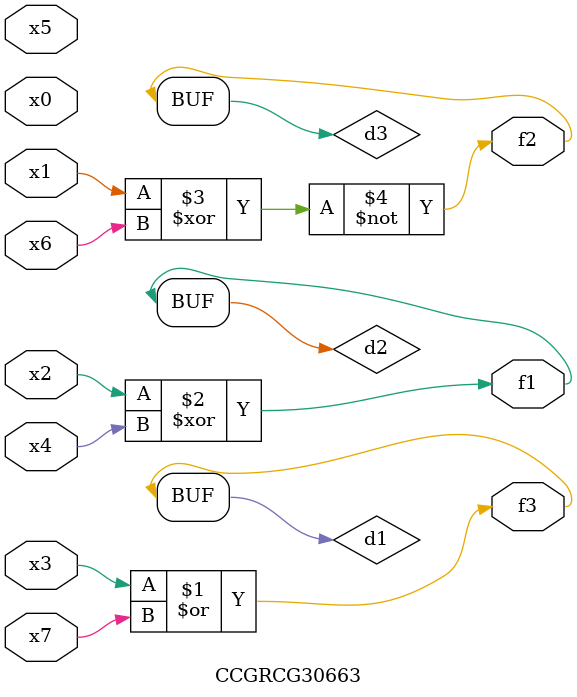
<source format=v>
module CCGRCG30663(
	input x0, x1, x2, x3, x4, x5, x6, x7,
	output f1, f2, f3
);

	wire d1, d2, d3;

	or (d1, x3, x7);
	xor (d2, x2, x4);
	xnor (d3, x1, x6);
	assign f1 = d2;
	assign f2 = d3;
	assign f3 = d1;
endmodule

</source>
